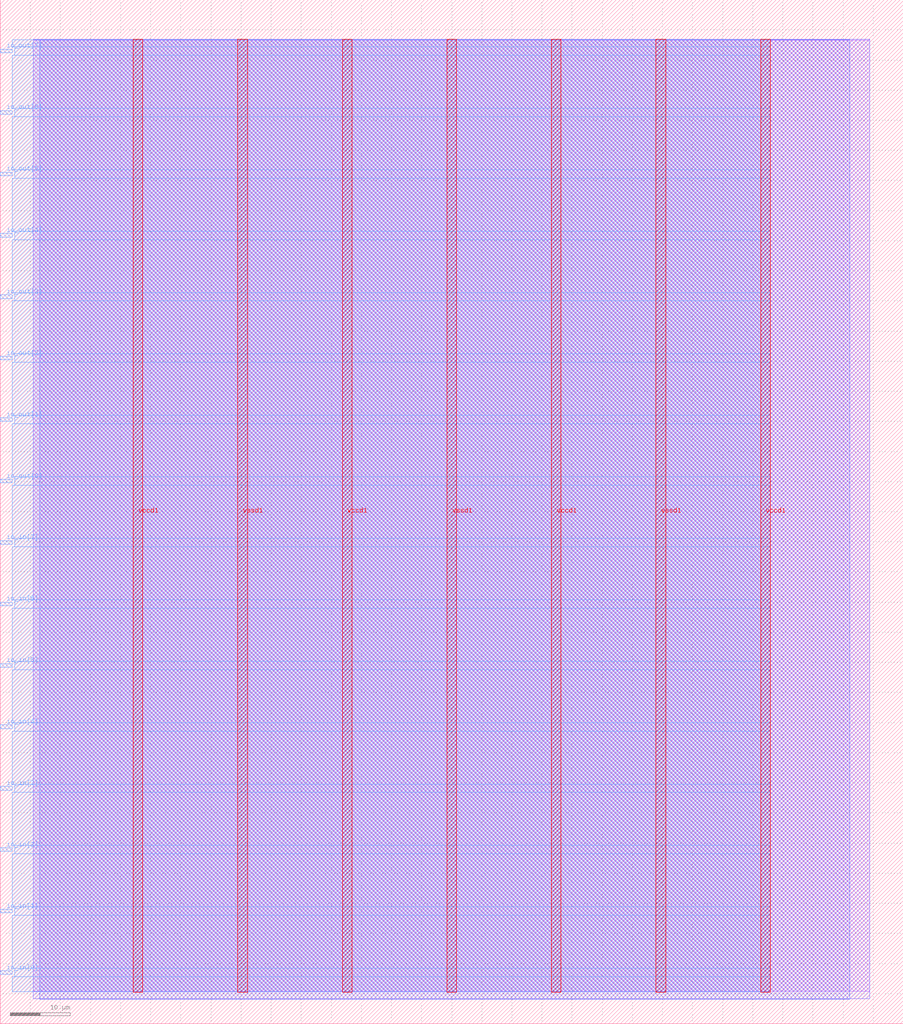
<source format=lef>
VERSION 5.7 ;
  NOWIREEXTENSIONATPIN ON ;
  DIVIDERCHAR "/" ;
  BUSBITCHARS "[]" ;
MACRO krasin_3_bit_8_channel_pwm_driver
  CLASS BLOCK ;
  FOREIGN krasin_3_bit_8_channel_pwm_driver ;
  ORIGIN 0.000 0.000 ;
  SIZE 150.000 BY 170.000 ;
  PIN io_in[0]
    DIRECTION INPUT ;
    USE SIGNAL ;
    PORT
      LAYER met3 ;
        RECT 0.000 8.200 2.000 8.800 ;
    END
  END io_in[0]
  PIN io_in[1]
    DIRECTION INPUT ;
    USE SIGNAL ;
    PORT
      LAYER met3 ;
        RECT 0.000 18.400 2.000 19.000 ;
    END
  END io_in[1]
  PIN io_in[2]
    DIRECTION INPUT ;
    USE SIGNAL ;
    PORT
      LAYER met3 ;
        RECT 0.000 28.600 2.000 29.200 ;
    END
  END io_in[2]
  PIN io_in[3]
    DIRECTION INPUT ;
    USE SIGNAL ;
    PORT
      LAYER met3 ;
        RECT 0.000 38.800 2.000 39.400 ;
    END
  END io_in[3]
  PIN io_in[4]
    DIRECTION INPUT ;
    USE SIGNAL ;
    PORT
      LAYER met3 ;
        RECT 0.000 49.000 2.000 49.600 ;
    END
  END io_in[4]
  PIN io_in[5]
    DIRECTION INPUT ;
    USE SIGNAL ;
    PORT
      LAYER met3 ;
        RECT 0.000 59.200 2.000 59.800 ;
    END
  END io_in[5]
  PIN io_in[6]
    DIRECTION INPUT ;
    USE SIGNAL ;
    PORT
      LAYER met3 ;
        RECT 0.000 69.400 2.000 70.000 ;
    END
  END io_in[6]
  PIN io_in[7]
    DIRECTION INPUT ;
    USE SIGNAL ;
    PORT
      LAYER met3 ;
        RECT 0.000 79.600 2.000 80.200 ;
    END
  END io_in[7]
  PIN io_out[0]
    DIRECTION OUTPUT TRISTATE ;
    USE SIGNAL ;
    PORT
      LAYER met3 ;
        RECT 0.000 89.800 2.000 90.400 ;
    END
  END io_out[0]
  PIN io_out[1]
    DIRECTION OUTPUT TRISTATE ;
    USE SIGNAL ;
    PORT
      LAYER met3 ;
        RECT 0.000 100.000 2.000 100.600 ;
    END
  END io_out[1]
  PIN io_out[2]
    DIRECTION OUTPUT TRISTATE ;
    USE SIGNAL ;
    PORT
      LAYER met3 ;
        RECT 0.000 110.200 2.000 110.800 ;
    END
  END io_out[2]
  PIN io_out[3]
    DIRECTION OUTPUT TRISTATE ;
    USE SIGNAL ;
    PORT
      LAYER met3 ;
        RECT 0.000 120.400 2.000 121.000 ;
    END
  END io_out[3]
  PIN io_out[4]
    DIRECTION OUTPUT TRISTATE ;
    USE SIGNAL ;
    PORT
      LAYER met3 ;
        RECT 0.000 130.600 2.000 131.200 ;
    END
  END io_out[4]
  PIN io_out[5]
    DIRECTION OUTPUT TRISTATE ;
    USE SIGNAL ;
    PORT
      LAYER met3 ;
        RECT 0.000 140.800 2.000 141.400 ;
    END
  END io_out[5]
  PIN io_out[6]
    DIRECTION OUTPUT TRISTATE ;
    USE SIGNAL ;
    PORT
      LAYER met3 ;
        RECT 0.000 151.000 2.000 151.600 ;
    END
  END io_out[6]
  PIN io_out[7]
    DIRECTION OUTPUT TRISTATE ;
    USE SIGNAL ;
    PORT
      LAYER met3 ;
        RECT 0.000 161.200 2.000 161.800 ;
    END
  END io_out[7]
  PIN vccd1
    DIRECTION INOUT ;
    USE POWER ;
    PORT
      LAYER met4 ;
        RECT 22.090 5.200 23.690 163.440 ;
    END
    PORT
      LAYER met4 ;
        RECT 56.830 5.200 58.430 163.440 ;
    END
    PORT
      LAYER met4 ;
        RECT 91.570 5.200 93.170 163.440 ;
    END
    PORT
      LAYER met4 ;
        RECT 126.310 5.200 127.910 163.440 ;
    END
  END vccd1
  PIN vssd1
    DIRECTION INOUT ;
    USE GROUND ;
    PORT
      LAYER met4 ;
        RECT 39.460 5.200 41.060 163.440 ;
    END
    PORT
      LAYER met4 ;
        RECT 74.200 5.200 75.800 163.440 ;
    END
    PORT
      LAYER met4 ;
        RECT 108.940 5.200 110.540 163.440 ;
    END
  END vssd1
  OBS
      LAYER li1 ;
        RECT 5.520 5.355 144.440 163.285 ;
      LAYER met1 ;
        RECT 5.520 4.120 144.440 163.440 ;
      LAYER met2 ;
        RECT 6.540 4.090 141.120 163.385 ;
      LAYER met3 ;
        RECT 2.000 162.200 127.900 163.365 ;
        RECT 2.400 160.800 127.900 162.200 ;
        RECT 2.000 152.000 127.900 160.800 ;
        RECT 2.400 150.600 127.900 152.000 ;
        RECT 2.000 141.800 127.900 150.600 ;
        RECT 2.400 140.400 127.900 141.800 ;
        RECT 2.000 131.600 127.900 140.400 ;
        RECT 2.400 130.200 127.900 131.600 ;
        RECT 2.000 121.400 127.900 130.200 ;
        RECT 2.400 120.000 127.900 121.400 ;
        RECT 2.000 111.200 127.900 120.000 ;
        RECT 2.400 109.800 127.900 111.200 ;
        RECT 2.000 101.000 127.900 109.800 ;
        RECT 2.400 99.600 127.900 101.000 ;
        RECT 2.000 90.800 127.900 99.600 ;
        RECT 2.400 89.400 127.900 90.800 ;
        RECT 2.000 80.600 127.900 89.400 ;
        RECT 2.400 79.200 127.900 80.600 ;
        RECT 2.000 70.400 127.900 79.200 ;
        RECT 2.400 69.000 127.900 70.400 ;
        RECT 2.000 60.200 127.900 69.000 ;
        RECT 2.400 58.800 127.900 60.200 ;
        RECT 2.000 50.000 127.900 58.800 ;
        RECT 2.400 48.600 127.900 50.000 ;
        RECT 2.000 39.800 127.900 48.600 ;
        RECT 2.400 38.400 127.900 39.800 ;
        RECT 2.000 29.600 127.900 38.400 ;
        RECT 2.400 28.200 127.900 29.600 ;
        RECT 2.000 19.400 127.900 28.200 ;
        RECT 2.400 18.000 127.900 19.400 ;
        RECT 2.000 9.200 127.900 18.000 ;
        RECT 2.400 7.800 127.900 9.200 ;
        RECT 2.000 5.275 127.900 7.800 ;
  END
END krasin_3_bit_8_channel_pwm_driver
END LIBRARY


</source>
